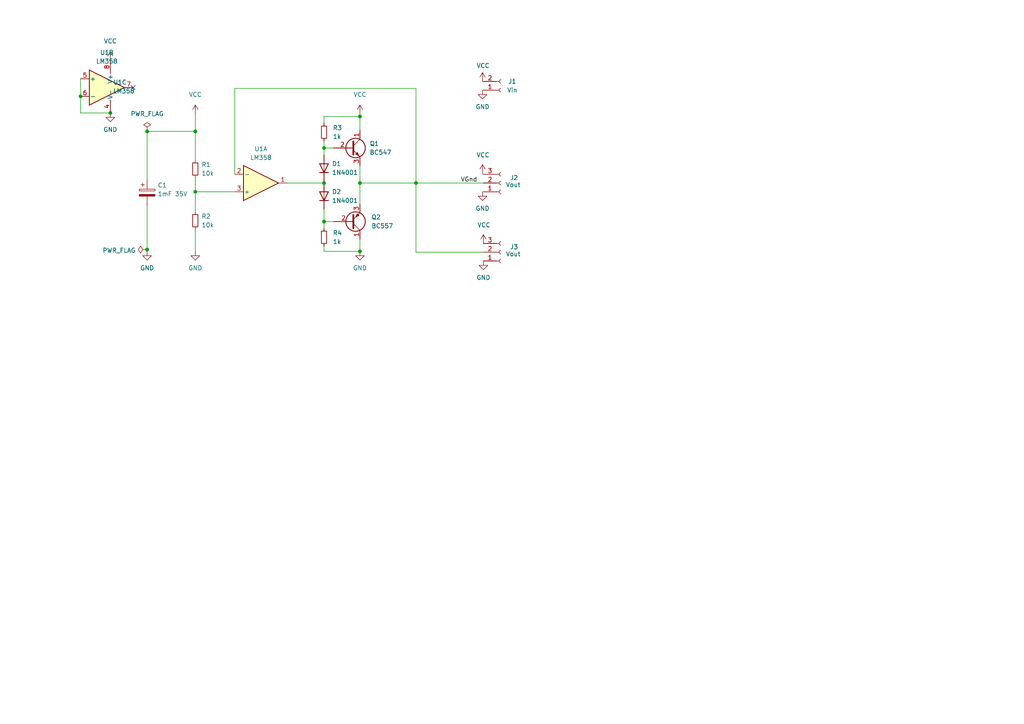
<source format=kicad_sch>
(kicad_sch (version 20211123) (generator eeschema)
  (paper "A4")
  (lib_symbols
    (symbol "Amplifier_Operational:LM358" (pin_names (offset 0.127))
      (property "Reference" "U" (at 0 5.08 0))
      (property "Value" "LM358" (at 0 -5.08 0))
      (symbol "LM358_1_1"
        (polyline (pts (xy -5.08 5.08) (xy 5.08 0) (xy -5.08 -5.08) (xy -5.08 5.08)) (stroke (width 0.254)) (fill (type background)))
        (pin output line (at 7.62 0 180) (length 2.54) (name "~") (number "1"))
        (pin input line (at -7.62 -2.54 0) (length 2.54) (name "-") (number "2"))
        (pin input line (at -7.62 2.54 0) (length 2.54) (name "+") (number "3"))
      )
      (symbol "LM358_2_1"
        (polyline (pts (xy -5.08 5.08) (xy 5.08 0) (xy -5.08 -5.08) (xy -5.08 5.08)) (stroke (width 0.254)) (fill (type background)))
        (pin input line (at -7.62 2.54 0) (length 2.54) (name "+") (number "5"))
        (pin input line (at -7.62 -2.54 0) (length 2.54) (name "-") (number "6"))
        (pin output line (at 7.62 0 180) (length 2.54) (name "~") (number "7"))
      )
      (symbol "LM358_3_1"
        (pin power_in line (at -2.54 -7.62 90) (length 3.81) (name "V-") (number "4"))
        (pin power_in line (at -2.54 7.62 270) (length 3.81) (name "V+") (number "8"))
      )
    )
    (symbol "Connector:Conn_01x02_Female" (pin_names (offset 1.016) hide)
      (property "Reference" "J" (at 0 2.54 0))
      (property "Value" "Conn_01x02_Female" (at 0 -5.08 0))
      (symbol "Conn_01x02_Female_1_1"
        (arc (start 0 -2.032) (mid -0.508 -2.54) (end 0 -3.048) (stroke (width 0.1524)))
        (polyline (pts (xy -1.27 -2.54) (xy -0.508 -2.54)) (stroke (width 0.1524)))
        (polyline (pts (xy -1.27 0) (xy -0.508 0)) (stroke (width 0.1524)))
        (arc (start 0 0.508) (mid -0.508 0) (end 0 -0.508) (stroke (width 0.1524)))
        (pin passive line (at -5.08 0 0) (length 3.81) (name "Pin_1") (number "1"))
        (pin passive line (at -5.08 -2.54 0) (length 3.81) (name "Pin_2") (number "2"))
      )
    )
    (symbol "Connector:Conn_01x03_Female" (pin_names (offset 1.016) hide)
      (property "Reference" "J" (at 0 5.08 0))
      (property "Value" "Conn_01x03_Female" (at 0 -5.08 0))
      (symbol "Conn_01x03_Female_1_1"
        (arc (start 0 -2.032) (mid -0.508 -2.54) (end 0 -3.048) (stroke (width 0.1524)))
        (polyline (pts (xy -1.27 -2.54) (xy -0.508 -2.54)) (stroke (width 0.1524)))
        (polyline (pts (xy -1.27 0) (xy -0.508 0)) (stroke (width 0.1524)))
        (polyline (pts (xy -1.27 2.54) (xy -0.508 2.54)) (stroke (width 0.1524)))
        (arc (start 0 0.508) (mid -0.508 0) (end 0 -0.508) (stroke (width 0.1524)))
        (arc (start 0 3.048) (mid -0.508 2.54) (end 0 2.032) (stroke (width 0.1524)))
        (pin passive line (at -5.08 2.54 0) (length 3.81) (name "Pin_1") (number "1"))
        (pin passive line (at -5.08 0 0) (length 3.81) (name "Pin_2") (number "2"))
        (pin passive line (at -5.08 -2.54 0) (length 3.81) (name "Pin_3") (number "3"))
      )
    )
    (symbol "Device:C_Polarized" (pin_numbers hide) (pin_names (offset 0.254))
      (property "Reference" "C" (at 0.635 2.54 0))
      (property "Value" "C_Polarized" (at 0.635 -2.54 0))
      (symbol "C_Polarized_0_1"
        (rectangle (start -2.286 0.508) (end 2.286 1.016))
        (polyline (pts (xy -1.778 2.286) (xy -0.762 2.286)))
        (polyline (pts (xy -1.27 2.794) (xy -1.27 1.778)))
        (rectangle (start 2.286 -0.508) (end -2.286 -1.016) (fill (type outline)))
      )
      (symbol "C_Polarized_1_1"
        (pin passive line (at 0 3.81 270) (length 2.794) (name "~") (number "1"))
        (pin passive line (at 0 -3.81 90) (length 2.794) (name "~") (number "2"))
      )
    )
    (symbol "Device:R_Small" (pin_numbers hide) (pin_names (offset 0.254) hide)
      (property "Reference" "R" (at 0.762 0.508 0))
      (property "Value" "R_Small" (at 0.762 -1.016 0))
      (symbol "R_Small_0_1"
        (rectangle (start -0.762 1.778) (end 0.762 -1.778) (stroke (width 0.2032)))
      )
      (symbol "R_Small_1_1"
        (pin passive line (at 0 2.54 270) (length 0.762) (name "~") (number "1"))
        (pin passive line (at 0 -2.54 90) (length 0.762) (name "~") (number "2"))
      )
    )
    (symbol "Diode:1N4001" (pin_numbers hide) (pin_names (offset 1.016) hide)
      (property "Reference" "D" (at 0 2.54 0))
      (property "Value" "1N4001" (at 0 -2.54 0))
      (symbol "1N4001_0_1"
        (polyline (pts (xy -1.27 1.27) (xy -1.27 -1.27)) (stroke (width 0.254)))
        (polyline (pts (xy 1.27 0) (xy -1.27 0)))
        (polyline (pts (xy 1.27 1.27) (xy 1.27 -1.27) (xy -1.27 0) (xy 1.27 1.27)) (stroke (width 0.254)))
      )
      (symbol "1N4001_1_1"
        (pin passive line (at -3.81 0 0) (length 2.54) (name "K") (number "1"))
        (pin passive line (at 3.81 0 180) (length 2.54) (name "A") (number "2"))
      )
    )
    (symbol "Transistor_BJT:BC547" (pin_names (offset 0) hide)
      (property "Reference" "Q" (at 5.08 1.905 0))
      (property "Value" "BC547" (at 5.08 0 0))
      (symbol "BC547_0_1"
        (polyline (pts (xy 0 0) (xy 0.635 0)))
        (polyline (pts (xy 0.635 0.635) (xy 2.54 2.54)))
        (polyline (pts (xy 0.635 -0.635) (xy 2.54 -2.54) (xy 2.54 -2.54)))
        (polyline (pts (xy 0.635 1.905) (xy 0.635 -1.905) (xy 0.635 -1.905)) (stroke (width 0.508)))
        (polyline (pts (xy 1.27 -1.778) (xy 1.778 -1.27) (xy 2.286 -2.286) (xy 1.27 -1.778) (xy 1.27 -1.778)) (fill (type outline)))
        (circle (center 1.27 0) (radius 2.8194) (stroke (width 0.254)))
      )
      (symbol "BC547_1_1"
        (pin passive line (at 2.54 5.08 270) (length 2.54) (name "C") (number "1"))
        (pin input line (at -5.08 0 0) (length 5.08) (name "B") (number "2"))
        (pin passive line (at 2.54 -5.08 90) (length 2.54) (name "E") (number "3"))
      )
    )
    (symbol "Transistor_BJT:BC557" (pin_names (offset 0) hide)
      (property "Reference" "Q" (at 5.08 1.905 0))
      (property "Value" "BC557" (at 5.08 0 0))
      (symbol "BC557_0_1"
        (polyline (pts (xy 0.635 0.635) (xy 2.54 2.54)))
        (polyline (pts (xy 0.635 -0.635) (xy 2.54 -2.54) (xy 2.54 -2.54)))
        (polyline (pts (xy 0.635 1.905) (xy 0.635 -1.905) (xy 0.635 -1.905)) (stroke (width 0.508)))
        (polyline (pts (xy 2.286 -1.778) (xy 1.778 -2.286) (xy 1.27 -1.27) (xy 2.286 -1.778) (xy 2.286 -1.778)) (fill (type outline)))
        (circle (center 1.27 0) (radius 2.8194) (stroke (width 0.254)))
      )
      (symbol "BC557_1_1"
        (pin passive line (at 2.54 5.08 270) (length 2.54) (name "C") (number "1"))
        (pin input line (at -5.08 0 0) (length 5.715) (name "B") (number "2"))
        (pin passive line (at 2.54 -5.08 90) (length 2.54) (name "E") (number "3"))
      )
    )
    (symbol "power:GND" (power) (pin_names (offset 0))
      (property "Value" "GND" (at 0 -3.81 0))
      (symbol "GND_0_1"
        (polyline (pts (xy 0 0) (xy 0 -1.27) (xy 1.27 -1.27) (xy 0 -2.54) (xy -1.27 -1.27) (xy 0 -1.27)))
      )
      (symbol "GND_1_1"
        (pin power_in line (at 0 0 270) (length 0) hide (name "GND") (number "1"))
      )
    )
    (symbol "power:PWR_FLAG" (power) (pin_numbers hide) (pin_names (offset 0) hide)
      (property "Value" "PWR_FLAG" (at 0 3.81 0))
      (symbol "PWR_FLAG_0_0"
        (pin power_out line (at 0 0 90) (length 0) (name "pwr") (number "1"))
      )
      (symbol "PWR_FLAG_0_1"
        (polyline (pts (xy 0 0) (xy 0 1.27) (xy -1.016 1.905) (xy 0 2.54) (xy 1.016 1.905) (xy 0 1.27)))
      )
    )
    (symbol "power:VCC" (power) (pin_names (offset 0))
      (property "Value" "VCC" (at 0 3.81 0))
      (symbol "VCC_0_1"
        (polyline (pts (xy -0.762 1.27) (xy 0 2.54)))
        (polyline (pts (xy 0 0) (xy 0 2.54)))
        (polyline (pts (xy 0 2.54) (xy 0.762 1.27)))
      )
      (symbol "VCC_1_1"
        (pin power_in line (at 0 0 90) (length 0) hide (name "VCC") (number "1"))
      )
    )
  )
  (junction (at 42.672 72.39))
  (junction (at 93.98 42.926))
  (junction (at 56.642 38.1))
  (junction (at 104.394 33.782))
  (junction (at 32.004 32.766))
  (junction (at 23.368 27.94))
  (junction (at 104.394 53.086))
  (junction (at 104.394 72.898))
  (junction (at 93.98 53.086))
  (junction (at 93.98 64.262))
  (junction (at 120.65 53.086))
  (junction (at 42.672 38.1))
  (junction (at 56.642 55.626))
  (no_connect (at 38.608 25.4))
  (wire (pts (xy 93.98 40.894) (xy 93.98 42.926)))
  (wire (pts (xy 139.954 50.292) (xy 140.208 50.546)))
  (wire (pts (xy 56.642 33.02) (xy 56.642 38.1)))
  (wire (pts (xy 56.642 61.468) (xy 56.642 55.626)))
  (wire (pts (xy 93.98 33.782) (xy 104.394 33.782)))
  (wire (pts (xy 104.394 72.898) (xy 93.98 72.898)))
  (wire (pts (xy 104.394 53.086) (xy 104.394 59.182)))
  (wire (pts (xy 93.98 60.706) (xy 93.98 64.262)))
  (wire (pts (xy 96.774 64.262) (xy 93.98 64.262)))
  (wire (pts (xy 42.672 72.39) (xy 42.672 72.898)))
  (wire (pts (xy 93.98 64.262) (xy 93.98 66.294)))
  (wire (pts (xy 23.368 22.86) (xy 23.368 27.94)))
  (wire (pts (xy 104.394 69.342) (xy 104.394 72.898)))
  (wire (pts (xy 120.65 53.086) (xy 140.208 53.086)))
  (wire (pts (xy 93.98 72.898) (xy 93.98 71.374)))
  (wire (pts (xy 56.642 72.898) (xy 56.642 66.548)))
  (wire (pts (xy 96.774 42.926) (xy 93.98 42.926)))
  (wire (pts (xy 93.98 42.926) (xy 93.98 44.958)))
  (wire (pts (xy 104.394 33.782) (xy 104.394 33.02)))
  (wire (pts (xy 56.642 55.626) (xy 68.072 55.626)))
  (wire (pts (xy 56.642 38.1) (xy 42.672 38.1)))
  (wire (pts (xy 104.394 48.006) (xy 104.394 53.086)))
  (wire (pts (xy 83.312 53.086) (xy 93.98 53.086)))
  (wire (pts (xy 120.65 53.086) (xy 120.65 73.152)))
  (wire (pts (xy 140.208 26.162) (xy 139.954 26.162)))
  (wire (pts (xy 93.98 35.814) (xy 93.98 33.782)))
  (wire (pts (xy 23.368 32.766) (xy 32.004 32.766)))
  (wire (pts (xy 42.672 38.1) (xy 42.672 52.07)))
  (wire (pts (xy 56.642 38.1) (xy 56.642 46.482)))
  (wire (pts (xy 140.208 23.622) (xy 139.954 23.622)))
  (wire (pts (xy 140.208 55.626) (xy 139.954 55.626)))
  (wire (pts (xy 93.98 52.578) (xy 93.98 53.086)))
  (wire (pts (xy 120.65 25.654) (xy 68.072 25.654)))
  (wire (pts (xy 23.368 27.94) (xy 23.368 32.766)))
  (wire (pts (xy 68.072 25.654) (xy 68.072 50.546)))
  (wire (pts (xy 104.394 33.782) (xy 104.394 37.846)))
  (wire (pts (xy 120.65 53.086) (xy 120.65 25.654)))
  (wire (pts (xy 120.65 73.152) (xy 140.208 73.152)))
  (wire (pts (xy 104.394 53.086) (xy 120.65 53.086)))
  (wire (pts (xy 56.642 51.562) (xy 56.642 55.626)))
  (wire (pts (xy 42.672 59.69) (xy 42.672 72.39)))
  (label "VGnd" (at 133.604 53.086 0))
  (symbol (lib_id "power:GND") (at 104.394 72.898 0) (unit 1)
    (property "Reference" "#PWR0107" (effects hide))
    (property "Value" "GND" (at 104.394 77.724 0))
  )
  (symbol (lib_id "power:GND") (at 42.672 72.898 0) (unit 1)
    (property "Reference" "#PWR0105" (effects hide))
    (property "Value" "GND" (at 42.672 77.724 0))
  )
  (symbol (lib_id "power:VCC") (at 139.954 23.622 0) (unit 1)
    (property "Reference" "#PWR0111" (effects hide))
    (property "Value" "VCC" (at 138.176 19.05 0) (effects (justify left)))
  )
  (symbol (lib_id "Transistor_BJT:BC547") (at 101.854 42.926 0) (unit 1)
    (property "Reference" "Q1" (at 107.188 41.6559 0) (effects (justify left)))
    (property "Value" "BC547" (at 107.188 44.1959 0) (effects (justify left)))
    (property "Footprint" "Package_TO_SOT_THT:TO-92_Inline" (effects hide))
    (property "Datasheet" "https://www.onsemi.com/pub/Collateral/BC550-D.pdf" (effects hide))
  )
  (symbol (lib_id "Device:R_Small") (at 93.98 68.834 0) (mirror y) (unit 1)
    (property "Reference" "R4" (at 96.52 67.5639 0) (effects (justify right)))
    (property "Value" "1k" (at 96.52 70.1039 0) (effects (justify right)))
    (property "Footprint" "Resistor_THT:R_Axial_DIN0207_L6.3mm_D2.5mm_P10.16mm_Horizontal" (effects hide))
  )
  (symbol (lib_id "power:PWR_FLAG") (at 42.672 72.39 90) (unit 1)
    (property "Reference" "#FLG0102" (effects hide))
    (property "Value" "PWR_FLAG" (at 34.544 72.644 90))
  )
  (symbol (lib_id "power:GND") (at 139.954 26.162 0) (unit 1)
    (property "Reference" "#PWR0109" (effects hide))
    (property "Value" "GND" (at 139.954 30.988 0))
  )
  (symbol (lib_id "power:GND") (at 56.642 72.898 0) (unit 1)
    (property "Reference" "#PWR0102" (effects hide))
    (property "Value" "GND" (at 56.642 77.724 0))
  )
  (symbol (lib_id "Connector:Conn_01x03_Female") (at 145.288 73.152 0) (mirror x) (unit 1)
    (property "Reference" "J3" (at 149.098 71.628 0))
    (property "Value" "Vout" (at 148.844 73.66 0))
    (property "Footprint" "Connector_PinHeader_2.54mm:PinHeader_1x03_P2.54mm_Vertical" (effects hide))
  )
  (symbol (lib_id "Amplifier_Operational:LM358") (at 75.692 53.086 0) (mirror x) (unit 1)
    (property "Reference" "U1" (at 75.692 43.18 0))
    (property "Value" "LM358" (at 75.692 45.72 0))
    (property "Footprint" "Package_DIP:DIP-8_W7.62mm" (effects hide))
    (property "Datasheet" "http://www.ti.com/lit/ds/symlink/lm2904-n.pdf" (effects hide))
  )
  (symbol (lib_id "Connector:Conn_01x03_Female") (at 145.288 53.086 0) (mirror x) (unit 1)
    (property "Reference" "J2" (at 149.098 51.562 0))
    (property "Value" "Vout" (at 148.844 53.594 0))
    (property "Footprint" "Connector_PinHeader_2.54mm:PinHeader_1x03_P2.54mm_Vertical" (effects hide))
  )
  (symbol (lib_id "power:VCC") (at 104.394 33.02 0) (unit 1)
    (property "Reference" "#PWR0106" (effects hide))
    (property "Value" "VCC" (at 104.394 27.432 0))
  )
  (symbol (lib_id "Device:R_Small") (at 56.642 64.008 0) (mirror y) (unit 1)
    (property "Reference" "R2" (at 58.42 62.7379 0) (effects (justify right)))
    (property "Value" "10k" (at 58.42 65.2779 0) (effects (justify right)))
    (property "Footprint" "Resistor_THT:R_Axial_DIN0207_L6.3mm_D2.5mm_P10.16mm_Horizontal" (effects hide))
  )
  (symbol (lib_id "Diode:1N4001") (at 93.98 48.768 90) (unit 1)
    (property "Reference" "D1" (at 96.266 47.4979 90) (effects (justify right)))
    (property "Value" "1N4001" (at 96.266 50.0379 90) (effects (justify right)))
    (property "Footprint" "Diode_THT:D_DO-41_SOD81_P10.16mm_Horizontal" (effects hide))
    (property "Datasheet" "http://www.vishay.com/docs/88503/1n4001.pdf" (effects hide))
  )
  (symbol (lib_id "power:VCC") (at 32.004 17.526 0) (unit 1)
    (property "Reference" "#PWR0101" (effects hide))
    (property "Value" "VCC" (at 32.004 11.938 0))
  )
  (symbol (lib_id "power:PWR_FLAG") (at 42.672 38.1 0) (unit 1)
    (property "Reference" "#FLG0101" (effects hide))
    (property "Value" "PWR_FLAG" (at 42.672 33.02 0))
  )
  (symbol (lib_id "Diode:1N4001") (at 93.98 56.896 90) (unit 1)
    (property "Reference" "D2" (at 96.266 55.6259 90) (effects (justify right)))
    (property "Value" "1N4001" (at 96.266 58.1659 90) (effects (justify right)))
    (property "Footprint" "Diode_THT:D_DO-41_SOD81_P10.16mm_Horizontal" (effects hide))
    (property "Datasheet" "http://www.vishay.com/docs/88503/1n4001.pdf" (effects hide))
  )
  (symbol (lib_id "Transistor_BJT:BC557") (at 101.854 64.262 0) (mirror x) (unit 1)
    (property "Reference" "Q2" (at 107.696 62.9919 0) (effects (justify left)))
    (property "Value" "BC557" (at 107.696 65.5319 0) (effects (justify left)))
    (property "Footprint" "Package_TO_SOT_THT:TO-92_Inline" (effects hide))
    (property "Datasheet" "https://www.onsemi.com/pub/Collateral/BC556BTA-D.pdf" (effects hide))
  )
  (symbol (lib_id "power:GND") (at 140.208 75.692 0) (unit 1)
    (property "Reference" "#PWR0113" (effects hide))
    (property "Value" "GND" (at 140.208 80.518 0))
  )
  (symbol (lib_id "Amplifier_Operational:LM358") (at 34.544 25.146 0) (unit 3)
    (property "Reference" "U1" (at 32.766 23.8759 0) (effects (justify left)))
    (property "Value" "LM358" (at 32.766 26.4159 0) (effects (justify left)))
    (property "Footprint" "Package_DIP:DIP-8_W7.62mm" (effects hide))
    (property "Datasheet" "http://www.ti.com/lit/ds/symlink/lm2904-n.pdf" (effects hide))
  )
  (symbol (lib_id "power:VCC") (at 140.208 70.612 0) (unit 1)
    (property "Reference" "#PWR0112" (effects hide))
    (property "Value" "VCC" (at 138.43 65.278 0) (effects (justify left)))
  )
  (symbol (lib_id "power:VCC") (at 139.954 50.292 0) (unit 1)
    (property "Reference" "#PWR0110" (effects hide))
    (property "Value" "VCC" (at 138.176 44.958 0) (effects (justify left)))
  )
  (symbol (lib_id "Device:R_Small") (at 56.642 49.022 0) (mirror y) (unit 1)
    (property "Reference" "R1" (at 58.42 47.7519 0) (effects (justify right)))
    (property "Value" "10k" (at 58.42 50.2919 0) (effects (justify right)))
    (property "Footprint" "Resistor_THT:R_Axial_DIN0207_L6.3mm_D2.5mm_P10.16mm_Horizontal" (effects hide))
  )
  (symbol (lib_id "power:VCC") (at 56.642 33.02 0) (unit 1)
    (property "Reference" "#PWR0103" (effects hide))
    (property "Value" "VCC" (at 56.642 27.432 0))
  )
  (symbol (lib_id "Amplifier_Operational:LM358") (at 30.988 25.4 0) (unit 2)
    (property "Reference" "U1" (at 30.988 15.24 0))
    (property "Value" "LM358" (at 30.988 17.78 0))
    (property "Footprint" "Package_DIP:DIP-8_W7.62mm" (effects hide))
    (property "Datasheet" "http://www.ti.com/lit/ds/symlink/lm2904-n.pdf" (effects hide))
  )
  (symbol (lib_id "Connector:Conn_01x02_Female") (at 145.288 26.162 0) (mirror x) (unit 1)
    (property "Reference" "J1" (at 148.59 23.622 0))
    (property "Value" "Vin" (at 148.59 26.162 0))
    (property "Footprint" "Connector_PinHeader_2.54mm:PinHeader_1x02_P2.54mm_Vertical" (effects hide))
  )
  (symbol (lib_id "Device:C_Polarized") (at 42.672 55.88 0) (unit 1)
    (property "Reference" "C1" (at 45.72 53.7209 0) (effects (justify left)))
    (property "Value" "1mF 35V" (at 45.72 56.2609 0) (effects (justify left)))
    (property "Footprint" "Capacitor_THT:CP_Radial_D12.5mm_P5.00mm" (effects hide))
  )
  (symbol (lib_id "power:GND") (at 139.954 55.626 0) (unit 1)
    (property "Reference" "#PWR0108" (effects hide))
    (property "Value" "GND" (at 139.954 60.452 0))
  )
  (symbol (lib_id "Device:R_Small") (at 93.98 38.354 0) (mirror y) (unit 1)
    (property "Reference" "R3" (at 96.52 37.0839 0) (effects (justify right)))
    (property "Value" "1k" (at 96.52 39.6239 0) (effects (justify right)))
    (property "Footprint" "Resistor_THT:R_Axial_DIN0207_L6.3mm_D2.5mm_P10.16mm_Horizontal" (effects hide))
  )
  (symbol (lib_id "power:GND") (at 32.004 32.766 0) (unit 1)
    (property "Reference" "#PWR0104" (effects hide))
    (property "Value" "GND" (at 32.004 37.592 0))
  )
)
</source>
